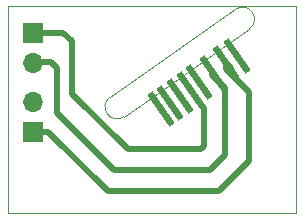
<source format=gbr>
%TF.GenerationSoftware,KiCad,Pcbnew,(6.0.1)*%
%TF.CreationDate,2023-02-10T10:24:18+01:00*%
%TF.ProjectId,omniscope_single_sub,6f6d6e69-7363-46f7-9065-5f73696e676c,rev?*%
%TF.SameCoordinates,Original*%
%TF.FileFunction,Copper,L1,Top*%
%TF.FilePolarity,Positive*%
%FSLAX46Y46*%
G04 Gerber Fmt 4.6, Leading zero omitted, Abs format (unit mm)*
G04 Created by KiCad (PCBNEW (6.0.1)) date 2023-02-10 10:24:18*
%MOMM*%
%LPD*%
G01*
G04 APERTURE LIST*
G04 Aperture macros list*
%AMRotRect*
0 Rectangle, with rotation*
0 The origin of the aperture is its center*
0 $1 length*
0 $2 width*
0 $3 Rotation angle, in degrees counterclockwise*
0 Add horizontal line*
21,1,$1,$2,0,0,$3*%
G04 Aperture macros list end*
%TA.AperFunction,Profile*%
%ADD10C,0.050000*%
%TD*%
%TA.AperFunction,Profile*%
%ADD11C,0.120000*%
%TD*%
%TA.AperFunction,SMDPad,CuDef*%
%ADD12RotRect,3.300000X0.550000X125.000000*%
%TD*%
%TA.AperFunction,ComponentPad*%
%ADD13R,1.700000X1.700000*%
%TD*%
%TA.AperFunction,ComponentPad*%
%ADD14O,1.700000X1.700000*%
%TD*%
%TA.AperFunction,Conductor*%
%ADD15C,0.500000*%
%TD*%
G04 APERTURE END LIST*
D10*
X124500Y5000D02*
X24508500Y5000D01*
X24508500Y5000D02*
X24508500Y-17521000D01*
X24508500Y-17521000D02*
X124500Y-17521000D01*
X124500Y-17521000D02*
X124500Y5000D01*
D11*
%TO.C,J1*%
X8814564Y-7747993D02*
X19425860Y-317884D01*
X8814564Y-7747994D02*
G75*
G03*
X9980072Y-9412510I582754J-832258D01*
G01*
X20591368Y-1982402D02*
G75*
G03*
X19425860Y-317884I-582754J832259D01*
G01*
X9980072Y-9412510D02*
X20591367Y-1982401D01*
%TD*%
D12*
%TO.P,J1,1,Pin_1*%
%TO.N,N/C*%
X13077501Y-8794050D03*
%TO.P,J1,2,Pin_2*%
X13863887Y-8243417D03*
%TO.P,J1,3,Pin_3*%
X14715806Y-7646898D03*
%TO.P,J1,4,Pin_4*%
X15534958Y-7073321D03*
%TO.P,J1,5,Pin_5*%
X16354110Y-6499745D03*
%TO.P,J1,6,Pin_6*%
X17521401Y-5682398D03*
%TO.P,J1,7,Pin_7*%
X18647735Y-4893731D03*
%TO.P,J1,8,Pin_8*%
X19548803Y-4262797D03*
%TD*%
D13*
%TO.P,J3,1,Pin_1*%
%TO.N,N/C*%
X2286000Y-10663000D03*
D14*
%TO.P,J3,2,Pin_2*%
X2286000Y-8123000D03*
%TD*%
D13*
%TO.P,J2,1,Pin_1*%
%TO.N,N/C*%
X2286000Y-2281000D03*
D14*
%TO.P,J2,2,Pin_2*%
X2286000Y-4821000D03*
%TD*%
D15*
%TO.N,*%
X2286000Y-2281000D02*
X4831000Y-2281000D01*
X18542000Y-12690000D02*
X18542000Y-6963822D01*
X16764000Y-11928000D02*
X16764000Y-8687105D01*
X5588000Y-7471811D02*
X10298189Y-12182000D01*
X18647735Y-4893731D02*
X18647735Y-5373179D01*
X18542000Y-6963822D02*
X17448215Y-5870037D01*
X18647735Y-5373179D02*
X20574000Y-7299444D01*
X17272000Y-13960000D02*
X18542000Y-12690000D01*
X2535000Y-4821000D02*
X2540000Y-4816000D01*
X9144000Y-13960000D02*
X17272000Y-13960000D01*
X2286000Y-4821000D02*
X2535000Y-4821000D01*
X18034000Y-15738000D02*
X20320000Y-13452000D01*
X20574000Y-13198000D02*
X20320000Y-13452000D01*
X2286000Y-10663000D02*
X3561000Y-10663000D01*
X16764000Y-8687105D02*
X16479448Y-8402553D01*
X16510000Y-12182000D02*
X16764000Y-11928000D01*
X20574000Y-7299444D02*
X20574000Y-13198000D01*
X3810000Y-4816000D02*
X4318000Y-5324000D01*
X4318000Y-9134000D02*
X9144000Y-13960000D01*
X2540000Y-4816000D02*
X3810000Y-4816000D01*
X19050000Y-5295996D02*
X18647735Y-4893731D01*
X17448215Y-5870037D02*
X17448215Y-5682398D01*
X4318000Y-5324000D02*
X4318000Y-9134000D01*
X4831000Y-2281000D02*
X5588000Y-3038000D01*
X5588000Y-3038000D02*
X5588000Y-7471811D01*
X10298189Y-12182000D02*
X16510000Y-12182000D01*
X19050000Y-5324000D02*
X19050000Y-5295996D01*
X8636000Y-15738000D02*
X18034000Y-15738000D01*
X3561000Y-10663000D02*
X8636000Y-15738000D01*
%TD*%
M02*

</source>
